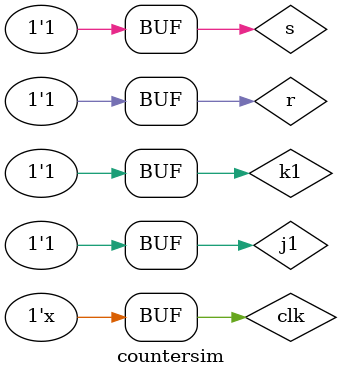
<source format=v>
`timescale 1ns / 1ps


module countersim;
reg j1,k1,clk,r,s;
wire y1,y2,y3,y4;
parameter DELAY = 2;
counter u5(r,s,j1,k1,clk,y1,y2,y3,y4);
initial
begin
j1=1;k1=1;clk=0;r=0;s=1;
end
always #(DELAY<<0)r=1;
always #(DELAY<<1)clk=~clk;
endmodule


</source>
